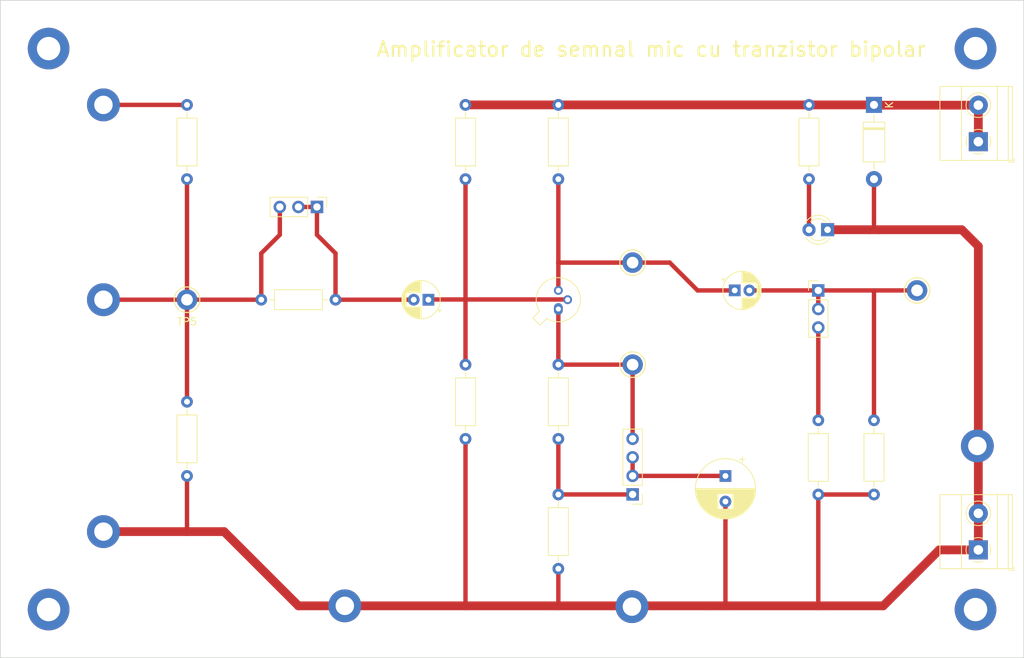
<source format=kicad_pcb>
(kicad_pcb (version 20221018) (generator pcbnew)
  (layers (0 "F.Cu" signal) (31 "B.Cu" signal) (34 "B.Paste" user) (35 "F.Paste" user) (36 "B.SilkS" user "B.Silkscreen") (37 "F.SilkS" user "F.Silkscreen") (38 "B.Mask" user) (39 "F.Mask" user) (44 "Edge.Cuts" user))
  (net 0 "")
  (net 1 "GND")
  (net 2 "Net-(Q1-B)")
  (net 3 "Net-(J1-Pin_1)")
  (net 4 "Net-(J2-Pin_2)")
  (net 5 "Net-(Q1-C)")
  (net 6 "IN1")
  (net 7 "Net-(J3-Pin_1)")
  (net 8 "Net-(D1-K)")
  (net 9 "Net-(D2-A)")
  (net 10 "IN2")
  (net 11 "Net-(J2-Pin_1)")
  (net 12 "Net-(J2-Pin_4)")
  (net 13 "Net-(J3-Pin_3)")
  (footprint "Connector_PinHeader_2.54mm:PinHeader_1x04_P2.54mm_Vertical" (layer "F.Cu") (at 148.59 120.64 180)
    (fp_text reference "J2" hide)
    (fp_text value "Conn_01x04_Male")
    (pad "1" thru_hole rect (at 0 0 180) (size 1.7 1.7) (drill 1) (layers "*.Cu" "*.Mask") (net 11 "Net-(J2-Pin_1)"))
    (pad "2" thru_hole oval (at 0 2.54 180) (size 1.7 1.7) (drill 1) (layers "*.Cu" "*.Mask") (net 4 "Net-(J2-Pin_2)"))
    (pad "3" thru_hole oval (at 0 5.08 180) (size 1.7 1.7) (drill 1) (layers "*.Cu" "*.Mask") (net 4 "Net-(J2-Pin_2)"))
    (pad "4" thru_hole oval (at 0 7.62 180) (size 1.7 1.7) (drill 1) (layers "*.Cu" "*.Mask") (net 12 "Net-(J2-Pin_4)"))
  )
  (footprint "MountingHole:MountingHole_3.2mm_M3_ISO7380_Pad_TopBottom" (layer "F.Cu") (at 68.7 59.6)
    (fp_text reference "H3" hide)
    (fp_text value "MountingHole")
    (pad "1" thru_hole circle (at 0 0) (size 3.6 3.6) (drill 3.2) (layers "*.Cu" "*.Mask"))
    (pad "1" connect circle (at 0 0) (size 5.7 5.7) (layers "F.Cu" "F.Mask"))
    (pad "1" connect circle (at 0 0) (size 5.7 5.7) (layers "B.Cu" "B.Mask"))
  )
  (footprint "Resistor_THT:R_Axial_DIN0207_L6.3mm_D2.5mm_P10.16mm_Horizontal" (layer "F.Cu") (at 125.73 102.87 -90)
    (fp_text reference "R2" hide)
    (fp_text value "10 k")
    (pad "1" thru_hole circle (at 0 0 270) (size 1.6 1.6) (drill 0.8) (layers "*.Cu" "*.Mask") (net 2 "Net-(Q1-B)"))
    (pad "2" thru_hole oval (at 10.16 0 270) (size 1.6 1.6) (drill 0.8) (layers "*.Cu" "*.Mask") (net 1 "GND"))
  )
  (footprint "User_Footprint:Kesytone TP Multipurpose 5013" (layer "F.Cu") (at 87.63 93.98)
    (fp_text reference "TP5" (at 0 3 unlocked) (layer "F.SilkS"))
    (fp_text value "TestPoint")
    (pad "1" thru_hole circle (at 0 0) (size 2.8 2.8) (drill 1.6) (layers "*.Cu" "*.Mask") (net 6 "IN1"))
  )
  (footprint "Resistor_THT:R_Axial_DIN0207_L6.3mm_D2.5mm_P10.16mm_Horizontal" (layer "F.Cu") (at 125.73 67.31 -90)
    (fp_text reference "R1" hide)
    (fp_text value "47 k")
    (pad "1" thru_hole circle (at 0 0 270) (size 1.6 1.6) (drill 0.8) (layers "*.Cu" "*.Mask") (net 8 "Net-(D1-K)"))
    (pad "2" thru_hole oval (at 10.16 0 270) (size 1.6 1.6) (drill 0.8) (layers "*.Cu" "*.Mask") (net 2 "Net-(Q1-B)"))
  )
  (footprint "Resistor_THT:R_Axial_DIN0207_L6.3mm_D2.5mm_P10.16mm_Horizontal" (layer "F.Cu") (at 173.99 110.49 -90)
    (fp_text reference "Ry1" hide)
    (fp_text value "5 k")
    (pad "1" thru_hole circle (at 0 0 270) (size 1.6 1.6) (drill 0.8) (layers "*.Cu" "*.Mask") (net 13 "Net-(J3-Pin_3)"))
    (pad "2" thru_hole oval (at 10.16 0 270) (size 1.6 1.6) (drill 0.8) (layers "*.Cu" "*.Mask") (net 1 "GND"))
  )
  (footprint "Diode_THT:D_DO-41_SOD81_P10.16mm_Horizontal" (layer "F.Cu") (at 181.61 67.31 -90)
    (fp_text reference "D1" hide)
    (fp_text value "1N4001")
    (fp_text user "K" (at 0 -2.1 90) (layer "F.SilkS"))
    (pad "1" thru_hole rect (at 0 0 270) (size 2.2 2.2) (drill 1.1) (layers "*.Cu" "*.Mask") (net 8 "Net-(D1-K)"))
    (pad "2" thru_hole oval (at 10.16 0 270) (size 2.2 2.2) (drill 1.1) (layers "*.Cu" "*.Mask") (net 1 "GND"))
  )
  (footprint "MountingHole:MountingHole_3.2mm_M3_ISO7380_Pad_TopBottom" (layer "F.Cu") (at 195.5 136.4)
    (fp_text reference "H1" hide)
    (fp_text value "MountingHole")
    (pad "1" thru_hole circle (at 0 0) (size 3.6 3.6) (drill 3.2) (layers "*.Cu" "*.Mask"))
    (pad "1" connect circle (at 0 0) (size 5.7 5.7) (layers "F.Cu" "F.Mask"))
    (pad "1" connect circle (at 0 0) (size 5.7 5.7) (layers "B.Cu" "B.Mask"))
  )
  (footprint "Capacitor_THT:CP_Radial_D5.0mm_P2.00mm" (layer "F.Cu") (at 120.65 93.98 180)
    (fp_text reference "C1" hide)
    (fp_text value "4.7 uF")
    (pad "1" thru_hole rect (at 0 0 180) (size 1.6 1.6) (drill 0.8) (layers "*.Cu" "*.Mask") (net 2 "Net-(Q1-B)"))
    (pad "2" thru_hole circle (at 2 0 180) (size 1.6 1.6) (drill 0.8) (layers "*.Cu" "*.Mask") (net 3 "Net-(J1-Pin_1)"))
  )
  (footprint "TerminalBlock_Phoenix:TerminalBlock_Phoenix_MKDS-1,5-2_1x02_P5.00mm_Horizontal" (layer "F.Cu") (at 195.885 72.35 90)
    (fp_text reference "J4" hide)
    (fp_text value "Screw_Terminal_01x02" hide)
    (pad "1" thru_hole rect (at 0 0 90) (size 2.6 2.6) (drill 1.3) (layers "*.Cu" "*.Mask") (net 8 "Net-(D1-K)"))
    (pad "2" thru_hole circle (at 5 0 90) (size 2.6 2.6) (drill 1.3) (layers "*.Cu" "*.Mask") (net 8 "Net-(D1-K)"))
  )
  (footprint "Package_TO_SOT_THT:TO-18-3" (layer "F.Cu") (at 138.43 95.25 90)
    (fp_text reference "Q1" hide)
    (fp_text value "BC107A")
    (pad "1" thru_hole oval (at 0 0 90) (size 1.6 1.2) (drill 0.7) (layers "*.Cu" "*.Mask") (net 12 "Net-(J2-Pin_4)"))
    (pad "2" thru_hole oval (at 1.27 1.27 90) (size 1.2 1.2) (drill 0.7) (layers "*.Cu" "*.Mask") (net 2 "Net-(Q1-B)"))
    (pad "3" thru_hole oval (at 2.54 0 90) (size 1.2 1.2) (drill 0.7) (layers "*.Cu" "*.Mask") (net 5 "Net-(Q1-C)"))
  )
  (footprint "User_Footprint:Kesytone TP Multipurpose 5013" (layer "F.Cu") (at 148.59 102.87)
    (fp_text reference "TP7" hide)
    (fp_text value "TestPoint" hide)
    (pad "1" thru_hole circle (at 0 0) (size 2.8 2.8) (drill 1.6) (layers "*.Cu" "*.Mask") (net 12 "Net-(J2-Pin_4)"))
  )
  (footprint "User_Footprint:TestPoint" (layer "F.Cu") (at 109.22 135.89)
    (fp_text reference "TP3" hide)
    (fp_text value "TestPoint" hide)
    (pad "1" thru_hole circle (at 0 0) (size 4.5 4.5) (drill 2.52) (layers "*.Cu" "*.Mask") (net 1 "GND"))
  )
  (footprint "Resistor_THT:R_Axial_DIN0207_L6.3mm_D2.5mm_P10.16mm_Horizontal" (layer "F.Cu") (at 172.72 67.31 -90)
    (fp_text reference "R13" hide)
    (fp_text value "5 k")
    (pad "1" thru_hole circle (at 0 0 270) (size 1.6 1.6) (drill 0.8) (layers "*.Cu" "*.Mask") (net 8 "Net-(D1-K)"))
    (pad "2" thru_hole oval (at 10.16 0 270) (size 1.6 1.6) (drill 0.8) (layers "*.Cu" "*.Mask") (net 9 "Net-(D2-A)"))
  )
  (footprint "User_Footprint:TestPoint" (layer "F.Cu") (at 148.5 136)
    (fp_text reference "TP8" hide)
    (fp_text value "TestPoint" hide)
    (pad "1" thru_hole circle (at 0 0) (size 4.5 4.5) (drill 2.52) (layers "*.Cu" "*.Mask") (net 1 "GND"))
  )
  (footprint "User_Footprint:Kesytone TP Multipurpose 5013" (layer "F.Cu") (at 148.59 88.9)
    (fp_text reference "TP6" hide)
    (fp_text value "TestPoint" hide)
    (pad "1" thru_hole circle (at 0 0) (size 2.8 2.8) (drill 1.6) (layers "*.Cu" "*.Mask") (net 5 "Net-(Q1-C)"))
  )
  (footprint "MountingHole:MountingHole_3.2mm_M3_ISO7380_Pad_TopBottom" (layer "F.Cu") (at 68.7 136.4)
    (fp_text reference "H2" hide)
    (fp_text value "MountingHole")
    (pad "1" thru_hole circle (at 0 0) (size 3.6 3.6) (drill 3.2) (layers "*.Cu" "*.Mask"))
    (pad "1" connect circle (at 0 0) (size 5.7 5.7) (layers "F.Cu" "F.Mask"))
    (pad "1" connect circle (at 0 0) (size 5.7 5.7) (layers "B.Cu" "B.Mask"))
  )
  (footprint "MountingHole:MountingHole_3.2mm_M3_ISO7380_Pad_TopBottom" (layer "F.Cu") (at 195.5 59.6)
    (fp_text reference "H4" hide)
    (fp_text value "MountingHole")
    (pad "1" thru_hole circle (at 0 0) (size 3.6 3.6) (drill 3.2) (layers "*.Cu" "*.Mask"))
    (pad "1" connect circle (at 0 0) (size 5.7 5.7) (layers "F.Cu" "F.Mask"))
    (pad "1" connect circle (at 0 0) (size 5.7 5.7) (layers "B.Cu" "B.Mask"))
  )
  (footprint "TerminalBlock_Phoenix:TerminalBlock_Phoenix_MKDS-1,5-2_1x02_P5.00mm_Horizontal" (layer "F.Cu") (at 195.885 128.23 90)
    (fp_text reference "J7" hide)
    (fp_text value "Screw_Terminal_01x02" hide)
    (pad "1" thru_hole rect (at 0 0 90) (size 2.6 2.6) (drill 1.3) (layers "*.Cu" "*.Mask") (net 1 "GND"))
    (pad "2" thru_hole circle (at 5 0 90) (size 2.6 2.6) (drill 1.3) (layers "*.Cu" "*.Mask") (net 1 "GND"))
  )
  (footprint "Connector_PinHeader_2.54mm:PinHeader_1x03_P2.54mm_Vertical" (layer "F.Cu") (at 105.41 81.28 -90)
    (fp_text reference "J1" hide)
    (fp_text value "Conn_01x03_Male")
    (pad "1" thru_hole rect (at 0 0 270) (size 1.7 1.7) (drill 1) (layers "*.Cu" "*.Mask") (net 3 "Net-(J1-Pin_1)"))
    (pad "2" thru_hole oval (at 0 2.54 270) (size 1.7 1.7) (drill 1) (layers "*.Cu" "*.Mask") (net 3 "Net-(J1-Pin_1)"))
    (pad "3" thru_hole oval (at 0 5.08 270) (size 1.7 1.7) (drill 1) (layers "*.Cu" "*.Mask") (net 6 "IN1"))
  )
  (footprint "Resistor_THT:R_Axial_DIN0207_L6.3mm_D2.5mm_P10.16mm_Horizontal" (layer "F.Cu") (at 138.43 102.87 -90)
    (fp_text reference "R3" hide)
    (fp_text value "1 k")
    (pad "1" thru_hole circle (at 0 0 270) (size 1.6 1.6) (drill 0.8) (layers "*.Cu" "*.Mask") (net 12 "Net-(J2-Pin_4)"))
    (pad "2" thru_hole oval (at 10.16 0 270) (size 1.6 1.6) (drill 0.8) (layers "*.Cu" "*.Mask") (net 11 "Net-(J2-Pin_1)"))
  )
  (footprint "User_Footprint:TestPoint" (layer "F.Cu") (at 76.2 93.98)
    (fp_text reference "J5" hide)
    (fp_text value "Conn_01x01_Male" hide)
    (pad "1" thru_hole circle (at 0 0) (size 4.5 4.5) (drill 2.52) (layers "*.Cu" "*.Mask") (net 6 "IN1"))
  )
  (footprint "Resistor_THT:R_Axial_DIN0207_L6.3mm_D2.5mm_P10.16mm_Horizontal" (layer "F.Cu") (at 181.61 110.49 -90)
    (fp_text reference "R6" hide)
    (fp_text value "220 k")
    (pad "1" thru_hole circle (at 0 0 270) (size 1.6 1.6) (drill 0.8) (layers "*.Cu" "*.Mask") (net 7 "Net-(J3-Pin_1)"))
    (pad "2" thru_hole oval (at 10.16 0 270) (size 1.6 1.6) (drill 0.8) (layers "*.Cu" "*.Mask") (net 1 "GND"))
  )
  (footprint "Resistor_THT:R_Axial_DIN0207_L6.3mm_D2.5mm_P10.16mm_Horizontal" (layer "F.Cu") (at 138.43 67.31 -90)
    (fp_text reference "R5" hide)
    (fp_text value "5 k")
    (pad "1" thru_hole circle (at 0 0 270) (size 1.6 1.6) (drill 0.8) (layers "*.Cu" "*.Mask") (net 8 "Net-(D1-K)"))
    (pad "2" thru_hole oval (at 10.16 0 270) (size 1.6 1.6) (drill 0.8) (layers "*.Cu" "*.Mask") (net 5 "Net-(Q1-C)"))
  )
  (footprint "User_Footprint:TestPoint" (layer "F.Cu") (at 195.75 114)
    (fp_text reference "TP4" hide)
    (fp_text value "TestPoint" hide)
    (pad "1" thru_hole circle (at 0 0) (size 4.5 4.5) (drill 2.52) (layers "*.Cu" "*.Mask") (net 1 "GND"))
  )
  (footprint "User_Footprint:TestPoint" (layer "F.Cu") (at 76.2 125.73)
    (fp_text reference "TP2" hide)
    (fp_text value "TestPoint" hide)
    (pad "1" thru_hole circle (at 0 0) (size 4.5 4.5) (drill 2.52) (layers "*.Cu" "*.Mask") (net 1 "GND"))
  )
  (footprint "Resistor_THT:R_Axial_DIN0207_L6.3mm_D2.5mm_P10.16mm_Horizontal" (layer "F.Cu") (at 87.63 67.31 -90)
    (fp_text reference "RD1" hide)
    (fp_text value "15 k")
    (pad "1" thru_hole circle (at 0 0 270) (size 1.6 1.6) (drill 0.8) (layers "*.Cu" "*.Mask") (net 10 "IN2"))
    (pad "2" thru_hole oval (at 10.16 0 270) (size 1.6 1.6) (drill 0.8) (layers "*.Cu" "*.Mask") (net 6 "IN1"))
  )
  (footprint "Resistor_THT:R_Axial_DIN0207_L6.3mm_D2.5mm_P10.16mm_Horizontal" (layer "F.Cu") (at 97.79 93.98)
    (fp_text reference "Rx1" hide)
    (fp_text value "7.5 k ")
    (pad "1" thru_hole circle (at 0 0) (size 1.6 1.6) (drill 0.8) (layers "*.Cu" "*.Mask") (net 6 "IN1"))
    (pad "2" thru_hole oval (at 10.16 0) (size 1.6 1.6) (drill 0.8) (layers "*.Cu" "*.Mask") (net 3 "Net-(J1-Pin_1)"))
  )
  (footprint "Resistor_THT:R_Axial_DIN0207_L6.3mm_D2.5mm_P10.16mm_Horizontal" (layer "F.Cu") (at 87.63 107.95 -90)
    (fp_text reference "RD2" hide)
    (fp_text value "150")
    (pad "1" thru_hole circle (at 0 0 270) (size 1.6 1.6) (drill 0.8) (layers "*.Cu" "*.Mask") (net 6 "IN1"))
    (pad "2" thru_hole oval (at 10.16 0 270) (size 1.6 1.6) (drill 0.8) (layers "*.Cu" "*.Mask") (net 1 "GND"))
  )
  (footprint "Capacitor_THT:CP_Radial_D5.0mm_P2.00mm" (layer "F.Cu") (at 162.56 92.71)
    (fp_text reference "C3" hide)
    (fp_text value "10 uF")
    (pad "1" thru_hole rect (at 0 0) (size 1.6 1.6) (drill 0.8) (layers "*.Cu" "*.Mask") (net 5 "Net-(Q1-C)"))
    (pad "2" thru_hole circle (at 2 0) (size 1.6 1.6) (drill 0.8) (layers "*.Cu" "*.Mask") (net 7 "Net-(J3-Pin_1)"))
  )
  (footprint "LED_THT:LED_D3.0mm" (layer "F.Cu") (at 175.26 84.4 180)
    (fp_text reference "D2" hide)
    (fp_text value "LED")
    (pad "1" thru_hole rect (at 0 0 180) (size 1.8 1.8) (drill 0.9) (layers "*.Cu" "*.Mask") (net 1 "GND"))
    (pad "2" thru_hole circle (at 2.54 0 180) (size 1.8 1.8) (drill 0.9) (layers "*.Cu" "*.Mask") (net 9 "Net-(D2-A)"))
  )
  (footprint "Capacitor_THT:CP_Radial_D8.0mm_P3.50mm" (layer "F.Cu") (at 161.29 118.11 -90)
    (fp_text reference "C2" hide)
    (fp_text value "470 uF")
    (pad "1" thru_hole rect (at 0 0 270) (size 1.6 1.6) (drill 0.8) (layers "*.Cu" "*.Mask") (net 4 "Net-(J2-Pin_2)"))
    (pad "2" thru_hole circle (at 3.5 0 270) (size 1.6 1.6) (drill 0.8) (layers "*.Cu" "*.Mask") (net 1 "GND"))
  )
  (footprint "Connector_PinHeader_2.54mm:PinHeader_1x03_P2.54mm_Vertical" (layer "F.Cu") (at 173.99 92.71)
    (fp_text reference "J3" hide)
    (fp_text value "Conn_01x03_Male")
    (pad "1" thru_hole rect (at 0 0) (size 1.7 1.7) (drill 1) (layers "*.Cu" "*.Mask") (net 7 "Net-(J3-Pin_1)"))
    (pad "2" thru_hole oval (at 0 2.54) (size 1.7 1.7) (drill 1) (layers "*.Cu" "*.Mask") (net 7 "Net-(J3-Pin_1)"))
    (pad "3" thru_hole oval (at 0 5.08) (size 1.7 1.7) (drill 1) (layers "*.Cu" "*.Mask") (net 13 "Net-(J3-Pin_3)"))
  )
  (footprint "User_Footprint:Kesytone TP Multipurpose 5013" (layer "F.Cu") (at 187.5 92.71)
    (fp_text reference "TP1" hide)
    (fp_text value "TestPoint" hide)
    (pad "1" thru_hole circle (at 0 0) (size 2.8 2.8) (drill 1.6) (layers "*.Cu" "*.Mask") (net 7 "Net-(J3-Pin_1)"))
  )
  (footprint "User_Footprint:TestPoint" (layer "F.Cu") (at 76.2 67.31)
    (fp_text reference "J6" hide)
    (fp_text value "Conn_01x01_Male" hide)
    (pad "1" thru_hole circle (at 0 0) (size 4.5 4.5) (drill 2.52) (layers "*.Cu" "*.Mask") (net 10 "IN2"))
  )
  (footprint "Resistor_THT:R_Axial_DIN0207_L6.3mm_D2.5mm_P10.16mm_Horizontal" (layer "F.Cu") (at 138.43 120.65 -90)
    (fp_text reference "R4" hide)
    (fp_text value "1 k")
    (pad "1" thru_hole circle (at 0 0 270) (size 1.6 1.6) (drill 0.8) (layers "*.Cu" "*.Mask") (net 11 "Net-(J2-Pin_1)"))
    (pad "2" thru_hole oval (at 10.16 0 270) (size 1.6 1.6) (drill 0.8) (layers "*.Cu" "*.Mask") (net 1 "GND"))
  )
  (gr_rect (start 62.1 53) (end 202.1 143) (stroke (width 0.1)) (fill none) (layer "Edge.Cuts"))
  (gr_text "Amplificator de semnal mic cu tranzistor bipolar" (at 151.13 59.69) (layer "F.SilkS") (effects (font (size 2 2) (thickness 0.3))))
  (segment (start 182.3 84.4) (end 180.92 84.4) (width 1.2) (layer "F.Cu") (net 1))
  (segment (start 161.29 121.61) (end 161.29 135.89) (width 0.6) (layer "F.Cu") (net 1))
  (segment (start 138.43 130.81) (end 138.43 135.89) (width 0.6) (layer "F.Cu") (net 1))
  (segment (start 87.63 125.73) (end 92.71 125.73) (width 1.2) (layer "F.Cu") (net 1))
  (segment (start 173.99 120.65) (end 173.99 135.89) (width 0.6) (layer "F.Cu") (net 1))
  (segment (start 180.92 84.4) (end 175.26 84.4) (width 1.2) (layer "F.Cu") (net 1))
  (segment (start 173.99 135.89) (end 182.88 135.89) (width 1.2) (layer "F.Cu") (net 1))
  (segment (start 195.885 113.995) (end 195.885 86.665) (width 1.2) (layer "F.Cu") (net 1))
  (segment (start 87.63 118.11) (end 87.63 125.73) (width 0.6) (layer "F.Cu") (net 1))
  (segment (start 161.29 135.89) (end 173.99 135.89) (width 1.2) (layer "F.Cu") (net 1))
  (segment (start 181.61 77.47) (end 181.61 83.71) (width 0.6) (layer "F.Cu") (net 1))
  (segment (start 125.73 135.89) (end 138.43 135.89) (width 1.2) (layer "F.Cu") (net 1))
  (segment (start 191.73 128.23) (end 195.885 128.23) (width 1.2) (layer "F.Cu") (net 1))
  (segment (start 195.885 123.23) (end 195.885 113.995) (width 1.2) (layer "F.Cu") (net 1))
  (segment (start 102.87 135.89) (end 109.22 135.89) (width 1.2) (layer "F.Cu") (net 1))
  (segment (start 173.99 120.65) (end 181.61 120.65) (width 0.6) (layer "F.Cu") (net 1))
  (segment (start 125.73 113.03) (end 125.73 135.89) (width 0.6) (layer "F.Cu") (net 1))
  (segment (start 190.54 128.23) (end 191.73 128.23) (width 1.2) (layer "F.Cu") (net 1))
  (segment (start 182.88 135.89) (end 190.54 128.23) (width 1.2) (layer "F.Cu") (net 1))
  (segment (start 138.43 135.89) (end 158.75 135.89) (width 1.2) (layer "F.Cu") (net 1))
  (segment (start 158.75 135.89) (end 161.29 135.89) (width 1.2) (layer "F.Cu") (net 1))
  (segment (start 195.885 86.665) (end 193.62 84.4) (width 1.2) (layer "F.Cu") (net 1))
  (segment (start 109.22 135.89) (end 125.73 135.89) (width 1.2) (layer "F.Cu") (net 1))
  (segment (start 92.71 125.73) (end 102.87 135.89) (width 1.2) (layer "F.Cu") (net 1))
  (segment (start 195.885 123.23) (end 195.885 128.23) (width 1.2) (layer "F.Cu") (net 1))
  (segment (start 76.2 125.73) (end 87.63 125.73) (width 1.2) (layer "F.Cu") (net 1))
  (segment (start 193.62 84.4) (end 182.3 84.4) (width 1.2) (layer "F.Cu") (net 1))
  (segment (start 125.73 93.98) (end 125.75952 93.95048) (width 0.6) (layer "F.Cu") (net 2))
  (segment (start 125.73 93.98) (end 125.73 77.47) (width 0.6) (layer "F.Cu") (net 2))
  (segment (start 139.67048 93.95048) (end 139.7 93.98) (width 0.6) (layer "F.Cu") (net 2))
  (segment (start 125.73 102.87) (end 125.73 93.98) (width 0.6) (layer "F.Cu") (net 2))
  (segment (start 125.75952 93.95048) (end 139.67048 93.95048) (width 0.6) (layer "F.Cu") (net 2))
  (segment (start 120.67952 93.95048) (end 125.75952 93.95048) (width 0.6) (layer "F.Cu") (net 2))
  (segment (start 120.65 93.98) (end 120.67952 93.95048) (width 0.6) (layer "F.Cu") (net 2))
  (segment (start 107.95 87.63) (end 105.41 85.09) (width 0.6) (layer "F.Cu") (net 3))
  (segment (start 107.95 93.98) (end 107.95 87.63) (width 0.6) (layer "F.Cu") (net 3))
  (segment (start 105.41 81.28) (end 102.87 81.28) (width 0.6) (layer "F.Cu") (net 3))
  (segment (start 105.41 85.09) (end 105.41 81.28) (width 0.6) (layer "F.Cu") (net 3))
  (segment (start 107.95 93.98) (end 118.65 93.98) (width 0.6) (layer "F.Cu") (net 3))
  (segment (start 148.59 115.56) (end 148.59 118.1) (width 0.6) (layer "F.Cu") (net 4))
  (segment (start 161.28 118.1) (end 161.29 118.11) (width 0.6) (layer "F.Cu") (net 4))
  (segment (start 148.59 118.1) (end 161.28 118.1) (width 0.6) (layer "F.Cu") (net 4))
  (segment (start 138.43 88.9) (end 153.67 88.9) (width 0.6) (layer "F.Cu") (net 5))
  (segment (start 138.43 77.47) (end 138.43 88.9) (width 0.6) (layer "F.Cu") (net 5))
  (segment (start 157.48 92.71) (end 162.56 92.71) (width 0.6) (layer "F.Cu") (net 5))
  (segment (start 153.67 88.9) (end 157.48 92.71) (width 0.6) (layer "F.Cu") (net 5))
  (segment (start 138.43 88.9) (end 138.43 92.71) (width 0.6) (layer "F.Cu") (net 5))
  (segment (start 76.2 93.98) (end 87.63 93.98) (width 0.6) (layer "F.Cu") (net 6))
  (segment (start 100.33 85.09) (end 100.33 81.28) (width 0.6) (layer "F.Cu") (net 6))
  (segment (start 97.79 93.98) (end 97.79 87.63) (width 0.6) (layer "F.Cu") (net 6))
  (segment (start 87.63 93.98) (end 97.79 93.98) (width 0.6) (layer "F.Cu") (net 6))
  (segment (start 87.63 93.98) (end 87.63 107.95) (width 0.6) (layer "F.Cu") (net 6))
  (segment (start 97.79 87.63) (end 100.33 85.09) (width 0.6) (layer "F.Cu") (net 6))
  (segment (start 87.63 77.47) (end 87.63 93.98) (width 0.6) (layer "F.Cu") (net 6))
  (segment (start 164.56 92.71) (end 173.99 92.71) (width 0.6) (layer "F.Cu") (net 7))
  (segment (start 173.99 92.71) (end 173.99 95.25) (width 0.6) (layer "F.Cu") (net 7))
  (segment (start 173.99 92.71) (end 187.5 92.71) (width 0.6) (layer "F.Cu") (net 7))
  (segment (start 181.61 110.49) (end 181.61 92.71) (width 0.6) (layer "F.Cu") (net 7))
  (segment (start 195.885 67.35) (end 181.65 67.35) (width 1.2) (layer "F.Cu") (net 8))
  (segment (start 181.65 67.35) (end 181.61 67.31) (width 1.2) (layer "F.Cu") (net 8))
  (segment (start 195.885 67.35) (end 195.885 72.35) (width 1.2) (layer "F.Cu") (net 8))
  (segment (start 172.72 67.31) (end 138.43 67.31) (width 1.2) (layer "F.Cu") (net 8))
  (segment (start 181.61 67.31) (end 172.72 67.31) (width 1.2) (layer "F.Cu") (net 8))
  (segment (start 138.43 67.31) (end 125.73 67.31) (width 1.2) (layer "F.Cu") (net 8))
  (segment (start 172.72 77.47) (end 172.72 84.4) (width 0.6) (layer "F.Cu") (net 9))
  (segment (start 76.2 67.31) (end 87.63 67.31) (width 0.6) (layer "F.Cu") (net 10))
  (segment (start 138.44 120.64) (end 138.43 120.65) (width 0.6) (layer "F.Cu") (net 11))
  (segment (start 138.43 113.03) (end 138.43 120.65) (width 0.6) (layer "F.Cu") (net 11))
  (segment (start 148.59 120.64) (end 138.44 120.64) (width 0.6) (layer "F.Cu") (net 11))
  (segment (start 148.59 113.02) (end 148.59 102.87) (width 0.6) (layer "F.Cu") (net 12))
  (segment (start 138.43 102.87) (end 138.43 95.25) (width 0.6) (layer "F.Cu") (net 12))
  (segment (start 148.59 102.87) (end 138.43 102.87) (width 0.6) (layer "F.Cu") (net 12))
  (segment (start 173.99 110.49) (end 173.99 97.79) (width 0.6) (layer "F.Cu") (net 13))
)
</source>
